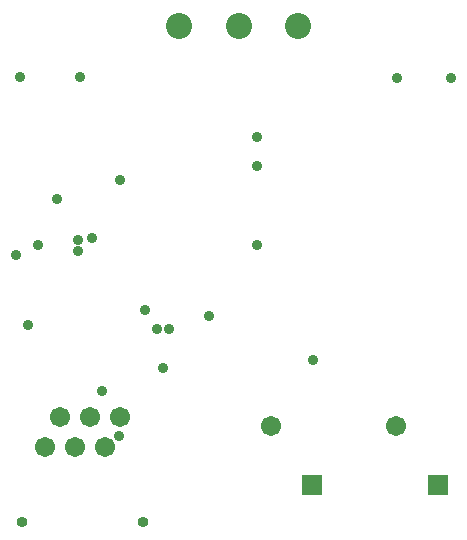
<source format=gbs>
%FSLAX44Y44*%
%MOMM*%
G71*
G01*
G75*
G04 Layer_Color=16711935*
%ADD10R,1.5000X0.3000*%
%ADD11R,0.3000X1.5000*%
%ADD12O,0.3000X1.5000*%
%ADD13R,1.3000X0.7000*%
%ADD14R,0.9000X0.6000*%
%ADD15R,5.5000X2.0000*%
%ADD16R,2.0000X1.2000*%
%ADD17R,5.6000X5.6000*%
%ADD18R,0.6000X0.9000*%
%ADD19R,1.6800X1.5200*%
%ADD20C,0.2000*%
%ADD21C,2.0000*%
%ADD22O,0.7500X0.7000*%
%ADD23C,1.5000*%
%ADD24R,1.5000X1.5000*%
%ADD25C,0.7000*%
%ADD26R,0.4000X1.4000*%
%ADD27R,1.7032X0.5032*%
%ADD28R,0.5032X1.7032*%
%ADD29O,0.5032X1.7032*%
%ADD30R,1.5032X0.9032*%
%ADD31R,1.1032X0.8032*%
%ADD32R,5.7032X2.2032*%
%ADD33R,2.2032X1.4032*%
%ADD34R,5.8032X5.8032*%
%ADD35R,0.8032X1.1032*%
%ADD36R,1.8832X1.7232*%
%ADD37C,2.2032*%
%ADD38O,0.9532X0.9032*%
%ADD39C,1.7032*%
%ADD40R,1.7032X1.7032*%
%ADD41C,0.9032*%
D37*
X214000Y449000D02*
D03*
X264000D02*
D03*
X164000D02*
D03*
D38*
X133000Y29000D02*
D03*
X31000D02*
D03*
D39*
X75500Y92500D02*
D03*
X50000D02*
D03*
X101250D02*
D03*
X114000Y118000D02*
D03*
X88500D02*
D03*
X62750D02*
D03*
X241500Y110000D02*
D03*
X347500D02*
D03*
D40*
X276500Y60000D02*
D03*
X382500D02*
D03*
D41*
X230000Y263000D02*
D03*
X114000Y318000D02*
D03*
X60000Y302000D02*
D03*
X277000Y166000D02*
D03*
X90000Y269000D02*
D03*
X78000Y268000D02*
D03*
X44000Y263000D02*
D03*
X78000Y258000D02*
D03*
X29000Y406000D02*
D03*
X80000D02*
D03*
X348000Y405000D02*
D03*
X394000D02*
D03*
X230000Y330000D02*
D03*
Y355000D02*
D03*
X145000Y192000D02*
D03*
X189000Y203000D02*
D03*
X36000Y196000D02*
D03*
X26000Y255000D02*
D03*
X150000Y159000D02*
D03*
X155000Y192000D02*
D03*
X98000Y140000D02*
D03*
X113000Y102000D02*
D03*
X135000Y208000D02*
D03*
M02*

</source>
